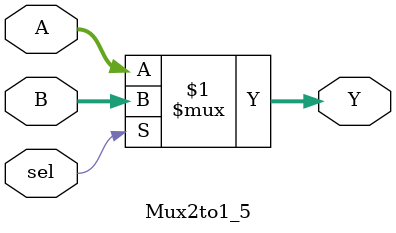
<source format=v>
module Mux2to1_5(A,B,sel,Y);
input[4:0]A,B;
input sel;
output[4:0]Y;
assign Y=(sel)?B:A;
endmodule

</source>
